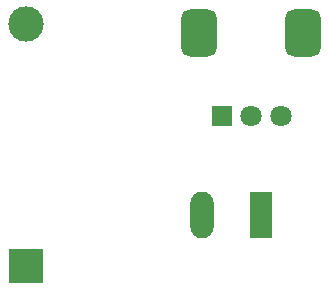
<source format=gbr>
%TF.GenerationSoftware,KiCad,Pcbnew,7.0.7+dfsg-1*%
%TF.CreationDate,2024-02-18T13:39:18+01:00*%
%TF.ProjectId,test23,74657374-3233-42e6-9b69-6361645f7063,rev?*%
%TF.SameCoordinates,Original*%
%TF.FileFunction,Soldermask,Bot*%
%TF.FilePolarity,Negative*%
%FSLAX46Y46*%
G04 Gerber Fmt 4.6, Leading zero omitted, Abs format (unit mm)*
G04 Created by KiCad (PCBNEW 7.0.7+dfsg-1) date 2024-02-18 13:39:18*
%MOMM*%
%LPD*%
G01*
G04 APERTURE LIST*
G04 Aperture macros list*
%AMRoundRect*
0 Rectangle with rounded corners*
0 $1 Rounding radius*
0 $2 $3 $4 $5 $6 $7 $8 $9 X,Y pos of 4 corners*
0 Add a 4 corners polygon primitive as box body*
4,1,4,$2,$3,$4,$5,$6,$7,$8,$9,$2,$3,0*
0 Add four circle primitives for the rounded corners*
1,1,$1+$1,$2,$3*
1,1,$1+$1,$4,$5*
1,1,$1+$1,$6,$7*
1,1,$1+$1,$8,$9*
0 Add four rect primitives between the rounded corners*
20,1,$1+$1,$2,$3,$4,$5,0*
20,1,$1+$1,$4,$5,$6,$7,0*
20,1,$1+$1,$6,$7,$8,$9,0*
20,1,$1+$1,$8,$9,$2,$3,0*%
G04 Aperture macros list end*
%ADD10R,3.000000X3.000000*%
%ADD11C,3.000000*%
%ADD12R,1.800000X1.800000*%
%ADD13C,1.800000*%
%ADD14RoundRect,0.750000X0.750000X-1.250000X0.750000X1.250000X-0.750000X1.250000X-0.750000X-1.250000X0*%
%ADD15R,1.980000X3.960000*%
%ADD16O,1.980000X3.960000*%
G04 APERTURE END LIST*
D10*
%TO.C,BT1*%
X147509999Y-77970001D03*
D11*
X147509999Y-57480001D03*
%TD*%
D12*
%TO.C,RV1*%
X164120000Y-65200000D03*
D13*
X166620000Y-65200000D03*
X169120000Y-65200000D03*
D14*
X162220000Y-58200000D03*
X171020000Y-58200000D03*
%TD*%
D15*
%TO.C,J1*%
X167450000Y-73610000D03*
D16*
X162450000Y-73610000D03*
%TD*%
M02*

</source>
